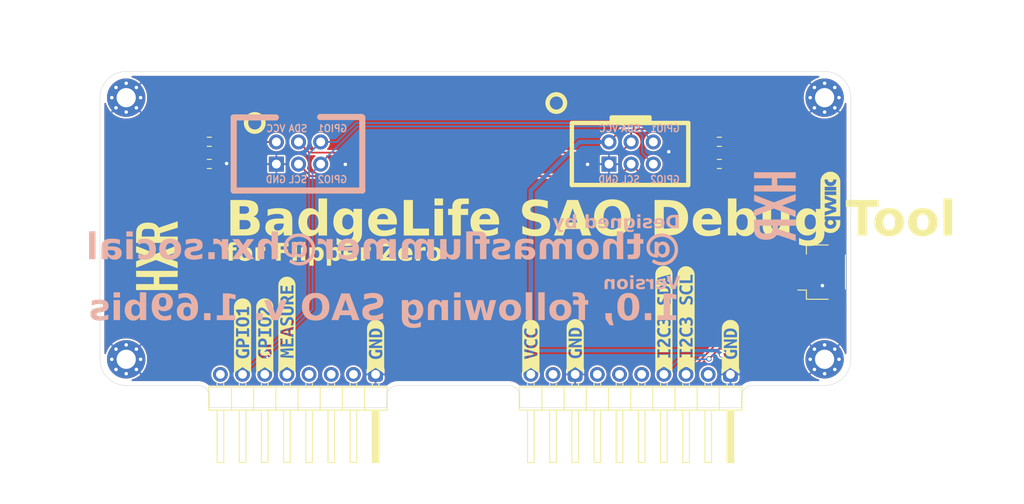
<source format=kicad_pcb>
(kicad_pcb (version 20241010) (generator "pcbnew") (generator_version "8.99")
  (title_block (title "Flipper Zero SAO Debug") (date "2024-10-05") (rev "1.0") (company "HXR.DK") (comment 1 "CC-BY-SA"))
  (layers (0 "F.Cu" signal) (2 "B.Cu" signal) (13 "F.Paste" user) (15 "B.Paste" user) (5 "F.SilkS" user "F.Silkscreen") (7 "B.SilkS" user "B.Silkscreen") (1 "F.Mask" user) (3 "B.Mask" user) (25 "Edge.Cuts" user))
  (net 0 "")
  (net 1 "GND")
  (net 2 "GPIO2")
  (net 3 "GPIO1")
  (net 5 "I2C3_SCL")
  (net 9 "I2C3_SDA")
  (net 10 "VCC")
  (net 11 "Net-(X2-VCC)")
  (net 13 "Net-(J1-Pin_5)")
  (footprint "kibuzzard-67014762" (layer "F.Cu") (at 71.12 90.805 90)
    (property "Reference" "kibuzzard-67014762" (hide yes))
    (property "Value" "G***" (hide yes))
  )
  (footprint "kibuzzard-6701479F" (layer "F.Cu") (at 55.88 89.535 90)
    (property "Reference" "kibuzzard-6701479F" (hide yes))
    (property "Value" "G***" (hide yes))
  )
  (footprint "MountingHole:MountingHole_2.2mm_M2_Pad_Via" (layer "F.Cu") (at 42.55 62.25)
    (property "Reference" "REF**" (hide yes))
    (property "Value" "MountingHole_2.2mm_M2_Pad_Via" (hide yes))
    (pad "1" thru_hole circle (at -1.65 0) (size 0.7 0.7) (drill 0.4) (layers "*.Cu" "*.Mask") (net 1 "GND"))
    (pad "1" thru_hole circle (at -1.166726 -1.166726) (size 0.7 0.7) (drill 0.4) (layers "*.Cu" "*.Mask") (net 1 "GND"))
    (pad "1" thru_hole circle (at -1.166726 1.166726) (size 0.7 0.7) (drill 0.4) (layers "*.Cu" "*.Mask") (net 1 "GND"))
    (pad "1" thru_hole circle (at 0 -1.65) (size 0.7 0.7) (drill 0.4) (layers "*.Cu" "*.Mask") (net 1 "GND"))
    (pad "1" thru_hole circle (at 0 0) (size 4.4 4.4) (drill 2.2) (layers "*.Cu" "*.Mask") (net 1 "GND"))
    (pad "1" thru_hole circle (at 0 1.65) (size 0.7 0.7) (drill 0.4) (layers "*.Cu" "*.Mask") (net 1 "GND"))
    (pad "1" thru_hole circle (at 1.166726 -1.166726) (size 0.7 0.7) (drill 0.4) (layers "*.Cu" "*.Mask") (net 1 "GND"))
    (pad "1" thru_hole circle (at 1.166726 1.166726) (size 0.7 0.7) (drill 0.4) (layers "*.Cu" "*.Mask") (net 1 "GND"))
    (pad "1" thru_hole circle (at 1.65 0) (size 0.7 0.7) (drill 0.4) (layers "*.Cu" "*.Mask") (net 1 "GND"))
  )
  (footprint "Resistor_SMD:R_0603_1608Metric" (layer "F.Cu") (at 52.07 67.31 180)
    (property "Reference" "R2" (hide yes))
    (property "Value" "10K")
    (pad "1" smd roundrect (at -0.825 0 180) (size 0.8 0.95) (layers "F.Cu" "F.Mask" "F.Paste") (net 11 "Net-(X2-VCC)"))
    (pad "2" smd roundrect (at 0.825 0 180) (size 0.8 0.95) (layers "F.Cu" "F.Mask" "F.Paste") (net 13 "Net-(J1-Pin_5)"))
  )
  (footprint "badgelife_sao_v169bis:Badgelife-SAOv169-SAO-2x3" (layer "F.Cu") (at 62.23 68.58)
    (property "Reference" "X2" (hide yes))
    (property "Value" "SAO Side")
    (fp_text user "VCC" (at -2.54 -2.794 0) (layer "B.SilkS") (effects (font (size 0.8 0.75)) (justify mirror)))
    (fp_text user "SDA" (at 0 -2.794 0) (layer "B.SilkS") (effects (font (size 0.8 0.75)) (justify mirror)))
    (fp_text user "GND" (at -2.54 3.048 0) (layer "B.SilkS") (effects (font (size 0.8 0.75)) (justify mirror)))
    (fp_text user "GPIO2" (at 3.937 3.048 0) (layer "B.SilkS") (effects (font (size 0.8 0.75)) (justify mirror)))
    (fp_text user "GPIO1" (at 3.937 -2.794 0) (layer "B.SilkS") (effects (font (size 0.8 0.75)) (justify mirror)))
    (fp_text user "SCL" (at 0 3.048 0) (layer "B.SilkS") (effects (font (size 0.8 0.75)) (justify mirror)))
    (pad "1" thru_hole oval (at -2.48 -1.25 270) (size 1.7272 1.7272) (drill 1.016) (layers "*.Cu" "*.Mask") (net 11 "Net-(X2-VCC)"))
    (pad "2" thru_hole rect (at -2.48 1.29 270) (size 1.7272 1.7272) (drill 1.016) (layers "*.Cu" "*.Mask") (net 1 "GND"))
    (pad "3" thru_hole oval (at 0.06 -1.25 270) (size 1.7272 1.7272) (drill 1.016) (layers "*.Cu" "*.Mask") (net 9 "I2C3_SDA"))
    (pad "4" thru_hole oval (at 0.06 1.29 270) (size 1.7272 1.7272) (drill 1.016) (layers "*.Cu" "*.Mask") (net 5 "I2C3_SCL"))
    (pad "5" thru_hole circle (at 2.6 -1.25 270) (size 1.7272 1.7272) (drill 1.016) (layers "*.Cu" "*.Mask") (net 3 "GPIO1"))
    (pad "6" thru_hole circle (at 2.6 1.29 270) (size 1.7272 1.7272) (drill 1.016) (layers "*.Cu" "*.Mask") (net 2 "GPIO2"))
  )
  (footprint "MountingHole:MountingHole_2.2mm_M2_Pad_Via" (layer "F.Cu") (at 122.55 92.25)
    (property "Reference" "REF**" (hide yes))
    (property "Value" "MountingHole_2.2mm_M2_Pad_Via" (hide yes))
    (pad "1" thru_hole circle (at -1.65 0) (size 0.7 0.7) (drill 0.4) (layers "*.Cu" "*.Mask") (net 1 "GND"))
    (pad "1" thru_hole circle (at -1.166726 -1.166726) (size 0.7 0.7) (drill 0.4) (layers "*.Cu" "*.Mask") (net 1 "GND"))
    (pad "1" thru_hole circle (at -1.166726 1.166726) (size 0.7 0.7) (drill 0.4) (layers "*.Cu" "*.Mask") (net 1 "GND"))
    (pad "1" thru_hole circle (at 0 -1.65) (size 0.7 0.7) (drill 0.4) (layers "*.Cu" "*.Mask") (net 1 "GND"))
    (pad "1" thru_hole circle (at 0 0) (size 4.4 4.4) (drill 2.2) (layers "*.Cu" "*.Mask") (net 1 "GND"))
    (pad "1" thru_hole circle (at 0 1.65) (size 0.7 0.7) (drill 0.4) (layers "*.Cu" "*.Mask") (net 1 "GND"))
    (pad "1" thru_hole circle (at 1.166726 -1.166726) (size 0.7 0.7) (drill 0.4) (layers "*.Cu" "*.Mask") (net 1 "GND"))
    (pad "1" thru_hole circle (at 1.166726 1.166726) (size 0.7 0.7) (drill 0.4) (layers "*.Cu" "*.Mask") (net 1 "GND"))
    (pad "1" thru_hole circle (at 1.65 0) (size 0.7 0.7) (drill 0.4) (layers "*.Cu" "*.Mask") (net 1 "GND"))
  )
  (footprint "MountingHole:MountingHole_2.2mm_M2_Pad_Via" (layer "F.Cu") (at 122.55 62.25)
    (property "Reference" "REF**" (hide yes))
    (property "Value" "MountingHole_2.2mm_M2_Pad_Via" (hide yes))
    (pad "1" thru_hole circle (at -1.65 0) (size 0.7 0.7) (drill 0.4) (layers "*.Cu" "*.Mask") (net 1 "GND"))
    (pad "1" thru_hole circle (at -1.166726 -1.166726) (size 0.7 0.7) (drill 0.4) (layers "*.Cu" "*.Mask") (net 1 "GND"))
    (pad "1" thru_hole circle (at -1.166726 1.166726) (size 0.7 0.7) (drill 0.4) (layers "*.Cu" "*.Mask") (net 1 "GND"))
    (pad "1" thru_hole circle (at 0 -1.65) (size 0.7 0.7) (drill 0.4) (layers "*.Cu" "*.Mask") (net 1 "GND"))
    (pad "1" thru_hole circle (at 0 0) (size 4.4 4.4) (drill 2.2) (layers "*.Cu" "*.Mask") (net 1 "GND"))
    (pad "1" thru_hole circle (at 0 1.65) (size 0.7 0.7) (drill 0.4) (layers "*.Cu" "*.Mask") (net 1 "GND"))
    (pad "1" thru_hole circle (at 1.166726 -1.166726) (size 0.7 0.7) (drill 0.4) (layers "*.Cu" "*.Mask") (net 1 "GND"))
    (pad "1" thru_hole circle (at 1.166726 1.166726) (size 0.7 0.7) (drill 0.4) (layers "*.Cu" "*.Mask") (net 1 "GND"))
    (pad "1" thru_hole circle (at 1.65 0) (size 0.7 0.7) (drill 0.4) (layers "*.Cu" "*.Mask") (net 1 "GND"))
  )
  (footprint "kibuzzard-67014762" (layer "F.Cu") (at 93.98 90.718807 90)
    (property "Reference" "kibuzzard-67014762" (hide yes))
    (property "Value" "G***" (hide yes))
  )
  (footprint "kibuzzard-670147E8" (layer "F.Cu") (at 106.68 87.63 90)
    (property "Reference" "kibuzzard-670147E8" (hide yes))
    (property "Value" "G***" (hide yes))
  )
  (footprint "Resistor_SMD:R_0603_1608Metric" (layer "F.Cu") (at 52.07 69.85)
    (property "Reference" "R1" (hide yes))
    (property "Value" "10K")
    (pad "1" smd roundrect (at -0.825 0) (size 0.8 0.95) (layers "F.Cu" "F.Mask" "F.Paste") (net 13 "Net-(J1-Pin_5)"))
    (pad "2" smd roundrect (at 0.825 0) (size 0.8 0.95) (layers "F.Cu" "F.Mask" "F.Paste") (net 1 "GND"))
  )
  (footprint "kibuzzard-67014A6A" (layer "F.Cu") (at 60.96 88.265 90)
    (property "Reference" "kibuzzard-67014A6A" (hide yes))
    (property "Value" "G***" (hide yes))
  )
  (footprint "Connector_PinHeader_2.54mm:PinHeader_1x08_P2.54mm_Horizontal" (layer "F.Cu") (at 71.12 93.98 -90)
    (property "Reference" "J1" (hide yes))
    (property "Value" "Conn_01x08_Pin")
    (pad "1" thru_hole roundrect (at 0 0 270) (size 1.7 1.7) (drill 1) (layers "*.Cu" "*.Mask") (net 1 "GND"))
    (pad "2" thru_hole oval (at -0.000001 2.540004 270) (size 1.7 1.7) (drill 1) (layers "*.Cu" "*.Mask"))
    (pad "3" thru_hole oval (at 0 5.08 270) (size 1.7 1.7) (drill 1) (layers "*.Cu" "*.Mask"))
    (pad "4" thru_hole oval (at 0 7.62 270) (size 1.7 1.7) (drill 1) (layers "*.Cu" "*.Mask"))
    (pad "5" thru_hole oval (at 0 10.159999 270) (size 1.7 1.7) (drill 1) (layers "*.Cu" "*.Mask") (net 13 "Net-(J1-Pin_5)"))
    (pad "6" thru_hole oval (at 0 12.699999 270) (size 1.7 1.7) (drill 1) (layers "*.Cu" "*.Mask") (net 2 "GPIO2"))
    (pad "7" thru_hole oval (at 0 15.24 270) (size 1.7 1.7) (drill 1) (layers "*.Cu" "*.Mask") (net 3 "GPIO1"))
    (pad "8" thru_hole oval (at 0 17.78 270) (size 1.7 1.7) (drill 1) (layers "*.Cu" "*.Mask"))
  )
  (footprint "MountingHole:MountingHole_2.2mm_M2_Pad_Via" (layer "F.Cu") (at 42.55 92.25)
    (property "Reference" "REF**" (hide yes))
    (property "Value" "MountingHole_2.2mm_M2_Pad_Via" (hide yes))
    (pad "1" thru_hole circle (at -1.65 0) (size 0.7 0.7) (drill 0.4) (layers "*.Cu" "*.Mask") (net 1 "GND"))
    (pad "1" thru_hole circle (at -1.166726 -1.166726) (size 0.7 0.7) (drill 0.4) (layers "*.Cu" "*.Mask") (net 1 "GND"))
    (pad "1" thru_hole circle (at -1.166726 1.166726) (size 0.7 0.7) (drill 0.4) (layers "*.Cu" "*.Mask") (net 1 "GND"))
    (pad "1" thru_hole circle (at 0 -1.65) (size 0.7 0.7) (drill 0.4) (layers "*.Cu" "*.Mask") (net 1 "GND"))
    (pad "1" thru_hole circle (at 0 0) (size 4.4 4.4) (drill 2.2) (layers "*.Cu" "*.Mask") (net 1 "GND"))
    (pad "1" thru_hole circle (at 0 1.65) (size 0.7 0.7) (drill 0.4) (layers "*.Cu" "*.Mask") (net 1 "GND"))
    (pad "1" thru_hole circle (at 1.166726 -1.166726) (size 0.7 0.7) (drill 0.4) (layers "*.Cu" "*.Mask") (net 1 "GND"))
    (pad "1" thru_hole circle (at 1.166726 1.166726) (size 0.7 0.7) (drill 0.4) (layers "*.Cu" "*.Mask") (net 1 "GND"))
    (pad "1" thru_hole circle (at 1.65 0) (size 0.7 0.7) (drill 0.4) (layers "*.Cu" "*.Mask") (net 1 "GND"))
  )
  (footprint "Connector_JST:JST_SH_SM04B-SRSS-TB_1x04-1MP_P1.00mm_Horizontal" (layer "F.Cu") (at 122.25 82.25 90)
    (property "Reference" "J3" (hide yes))
    (property "Value" "LCSC C145956")
    (pad "1" smd roundrect (at -1.5 -2 90) (size 0.6 1.55) (layers "F.Cu" "F.Mask" "F.Paste") (net 1 "GND"))
    (pad "2" smd roundrect (at -0.5 -2 90) (size 0.6 1.55) (layers "F.Cu" "F.Mask" "F.Paste") (net 10 "VCC"))
    (pad "3" smd roundrect (at 0.5 -2 90) (size 0.6 1.55) (layers "F.Cu" "F.Mask" "F.Paste") (net 9 "I2C3_SDA"))
    (pad "4" smd roundrect (at 1.5 -1.999999 90) (size 0.6 1.55) (layers "F.Cu" "F.Mask" "F.Paste") (net 5 "I2C3_SCL"))
    (pad "MP" smd roundrect (at -2.8 1.874998 90) (size 1.2 1.8) (layers "F.Cu" "F.Mask" "F.Paste") (roundrect_rratio 0.208333))
    (pad "MP" smd roundrect (at 2.8 1.875001 90) (size 1.2 1.8) (layers "F.Cu" "F.Mask" "F.Paste") (roundrect_rratio 0.208333))
  )
  (footprint "kibuzzard-67014762" (layer "F.Cu") (at 111.76 90.805 90)
    (property "Reference" "kibuzzard-67014762" (hide yes))
    (property "Value" "G***" (hide yes))
  )
  (footprint "kibuzzard-670147FB" (layer "F.Cu") (at 88.9 90.805 90)
    (property "Reference" "kibuzzard-670147FB" (hide yes))
    (property "Value" "G***" (hide yes))
  )
  (footprint "kibuzzard-670147AD" (layer "F.Cu") (at 58.42 89.535 90)
    (property "Reference" "kibuzzard-670147AD" (hide yes))
    (property "Value" "G***" (hide yes))
  )
  (footprint "Resistor_SMD:R_0603_1608Metric" (layer "F.Cu") (at 110.49 67.31 180)
    (property "Reference" "R4" (hide yes))
    (property "Value" "10K")
    (pad "1" smd roundrect (at -0.825 0 180) (size 0.8 0.95) (layers "F.Cu" "F.Mask" "F.Paste") (net 10 "VCC"))
    (pad "2" smd roundrect (at 0.825 0 180) (size 0.8 0.95) (layers "F.Cu" "F.Mask" "F.Paste") (net 9 "I2C3_SDA"))
  )
  (footprint "Resistor_SMD:R_0603_1608Metric" (layer "F.Cu") (at 110.49 69.85 180)
    (property "Reference" "R3" (hide yes))
    (property "Value" "10K")
    (pad "1" smd roundrect (at -0.825 0 180) (size 0.8 0.95) (layers "F.Cu" "F.Mask" "F.Paste") (net 10 "VCC"))
    (pad "2" smd roundrect (at 0.825 0 180) (size 0.8 0.95) (layers "F.Cu" "F.Mask" "F.Paste") (net 5 "I2C3_SCL"))
  )
  (footprint "kibuzzard-670147DA" (layer "F.Cu") (at 104.14 87.63 90)
    (property "Reference" "kibuzzard-670147DA" (hide yes))
    (property "Value" "G***" (hide yes))
  )
  (footprint "badgelife_sao_v169bis:Badgelife-SAOv169-BADGE-2x3" (layer "F.Cu") (at 100.33 68.58)
    (property "Reference" "X1" (hide yes))
    (property "Value" "Badge Side")
    (fp_text user "GPIO1" (at 3.937 -2.794 0) (layer "B.SilkS") (effects (font (size 0.8 0.75)) (justify mirror)))
    (fp_text user "VCC" (at -2.54 -2.794 0) (layer "B.SilkS") (effects (font (size 0.8 0.75)) (justify mirror)))
    (fp_text user "SDA" (at 0 -2.794 0) (layer "B.SilkS") (effects (font (size 0.8 0.75)) (justify mirror)))
    (fp_text user "SCL" (at 0 3.048 0) (layer "B.SilkS") (effects (font (size 0.8 0.75)) (justify mirror)))
    (fp_text user "GND" (at -2.54 3.048 0) (layer "B.SilkS") (effects (font (size 0.8 0.75)) (justify mirror)))
    (fp_text user "GPIO2" (at 3.937 3.048 0) (layer "B.SilkS") (effects (font (size 0.8 0.75)) (justify mirror)))
    (pad "1" thru_hole oval (at -2.48 -1.25 270) (size 1.7272 1.7272) (drill 1.016) (layers "*.Cu" "*.Mask") (net 10 "VCC"))
    (pad "2" thru_hole rect (at -2.48 1.29 270) (size 1.7272 1.7272) (drill 1.016) (layers "*.Cu" "*.Mask") (net 1 "GND"))
    (pad "3" thru_hole oval (at 0.06 -1.25 270) (size 1.7272 1.7272) (drill 1.016) (layers "*.Cu" "*.Mask") (net 9 "I2C3_SDA"))
    (pad "4" thru_hole oval (at 0.06 1.29 270) (size 1.7272 1.7272) (drill 1.016) (layers "*.Cu" "*.Mask") (net 5 "I2C3_SCL"))
    (pad "5" thru_hole circle (at 2.6 -1.25 270) (size 1.7272 1.7272) (drill 1.016) (layers "*.Cu" "*.Mask") (net 3 "GPIO1"))
    (pad "6" thru_hole circle (at 2.6 1.29 270) (size 1.7272 1.7272) (drill 1.016) (layers "*.Cu" "*.Mask") (net 2 "GPIO2"))
  )
  (footprint "LOGO" (layer "F.Cu") (at 123.19 74.295 90)
    (property "Reference" "G***" (hide yes))
    (property "Value" "LOGO" (hide yes))
  )
  (footprint "Connector_PinHeader_2.54mm:PinHeader_1x10_P2.54mm_Horizontal" (layer "F.Cu") (at 111.76 93.98 -90)
    (property "Reference" "J2" (hide yes))
    (property "Value" "Conn_01x10_Pin")
    (pad "1" thru_hole roundrect (at 0 0 270) (size 1.7 1.7) (drill 1) (layers "*.Cu" "*.Mask") (net 1 "GND"))
    (pad "2" thru_hole oval (at -0.000002 2.540004 270) (size 1.7 1.7) (drill 1) (layers "*.Cu" "*.Mask"))
    (pad "3" thru_hole oval (at 0 5.08 270) (size 1.7 1.7) (drill 1) (layers "*.Cu" "*.Mask") (net 5 "I2C3_SCL"))
    (pad "4" thru_hole oval (at 0 7.62 270) (size 1.7 1.7) (drill 1) (layers "*.Cu" "*.Mask") (net 9 "I2C3_SDA"))
    (pad "5" thru_hole oval (at -0.000003 10.159999 270) (size 1.7 1.7) (drill 1) (layers "*.Cu" "*.Mask"))
    (pad "6" thru_hole oval (at 0 12.699999 270) (size 1.7 1.7) (drill 1) (layers "*.Cu" "*.Mask"))
    (pad "7" thru_hole oval (at 0 15.24 270) (size 1.7 1.7) (drill 1) (layers "*.Cu" "*.Mask"))
    (pad "8" thru_hole roundrect (at 0 17.78 270) (size 1.7 1.7) (drill 1) (layers "*.Cu" "*.Mask") (net 1 "GND"))
    (pad "9" thru_hole oval (at 0 20.32 270) (size 1.7 1.7) (drill 1) (layers "*.Cu" "*.Mask"))
    (pad "10" thru_hole oval (at 0 22.859998 270) (size 1.7 1.7) (drill 1) (layers "*.Cu" "*.Mask") (net 10 "VCC"))
  )
  (footprint "Aesthetics:HXR_logo_small" (layer "F.Cu") (at 46.05 77.65 90)
    (property "Reference" "G***" (hide yes))
    (property "Value" "LOGO" (hide yes))
  )
  (footprint "Aesthetics:HXR_logo_small" (layer "B.Cu") (at 116.84 77.47 -90)
    (property "Reference" "G***" (hide yes))
    (property "Value" "LOGO" (hide yes))
  )
  (gr_arc (start 122.55 59.25) (mid 124.67132 60.12868) (end 125.55 62.25) (stroke (width 0.05)) (layer "Edge.Cuts"))
  (gr_line (start 125.55 62.25) (end 125.55 92.25) (stroke (width 0.05)) (layer "Edge.Cuts"))
  (gr_line (start 39.55 92.25) (end 39.55 62.25) (stroke (width 0.05)) (layer "Edge.Cuts"))
  (gr_arc (start 39.55 62.25) (mid 40.42868 60.12868) (end 42.55 59.25) (stroke (width 0.05)) (layer "Edge.Cuts"))
  (gr_line (start 122.55 95.25) (end 114.3 95.25) (stroke (width 0.05)) (layer "Edge.Cuts"))
  (gr_arc (start 113.03 96.52) (mid 113.401974 95.621974) (end 114.3 95.25) (stroke (width 0.05)) (layer "Edge.Cuts"))
  (gr_arc (start 42.55 95.25) (mid 40.42868 94.37132) (end 39.55 92.25) (stroke (width 0.05)) (layer "Edge.Cuts"))
  (gr_line (start 52.07 97.79) (end 52.07 96.52) (stroke (width 0.05)) (layer "Edge.Cuts"))
  (gr_line (start 52.07 97.79) (end 72.39 97.79) (stroke (width 0.05)) (layer "Edge.Cuts"))
  (gr_arc (start 50.8 95.25) (mid 51.698026 95.621974) (end 52.07 96.52) (stroke (width 0.05)) (layer "Edge.Cuts"))
  (gr_line (start 73.66 95.25) (end 86.36 95.25) (stroke (width 0.05)) (layer "Edge.Cuts"))
  (gr_line (start 42.55 95.25) (end 50.8 95.25) (stroke (width 0.05)) (layer "Edge.Cuts"))
  (gr_arc (start 72.39 96.52) (mid 72.761974 95.621974) (end 73.66 95.25) (stroke (width 0.05)) (layer "Edge.Cuts"))
  (gr_line (start 87.63 97.79) (end 87.63 96.52) (stroke (width 0.05)) (layer "Edge.Cuts"))
  (gr_line (start 113.03 97.79) (end 113.03 96.52) (stroke (width 0.05)) (layer "Edge.Cuts"))
  (gr_arc (start 125.55 92.25) (mid 124.67132 94.37132) (end 122.55 95.25) (stroke (width 0.05)) (layer "Edge.Cuts"))
  (gr_arc (start 86.36 95.25) (mid 87.258026 95.621974) (end 87.63 96.52) (stroke (width 0.05)) (layer "Edge.Cuts"))
  (gr_line (start 72.39 97.79) (end 72.39 96.52) (stroke (width 0.05)) (layer "Edge.Cuts"))
  (gr_line (start 42.55 59.25) (end 122.55 59.25) (stroke (width 0.05)) (layer "Edge.Cuts"))
  (gr_line (start 87.63 97.79) (end 113.03 97.79) (stroke (width 0.05)) (layer "Edge.Cuts"))
  (gr_text "BadgeLife SAO Debug Tool" (at 53.975 78.74 0) (layer "F.SilkS") (effects (font (size 4 4) (thickness 0.2) (bold yes)) (justify left bottom)))
  (gr_text "for Flipper Zero" (at 53.975 81.28 0) (layer "F.SilkS") (effects (font (size 2 2) (thickness 0.2) (bold yes)) (justify left bottom)))
  (gr_text "1.0, following SAO v. 1.69bis" (at 106.045 88.265 0) (layer "B.SilkS") (effects (font (size 3 3) (thickness 0.2) (bold yes)) (justify left bottom mirror)))
  (gr_text "Version" (at 106.045 84.455 0) (layer "B.SilkS") (effects (font (size 1.5 1.5) (thickness 0.2) (bold yes)) (justify left bottom mirror)))
  (gr_text "@thomasflummer@hxr.social" (at 106.045 81.28 0) (layer "B.SilkS") (effects (font (size 3 3) (thickness 0.2) (bold yes)) (justify left bottom mirror)))
  (gr_text "Designed by" (at 106.045 77.47 0) (layer "B.SilkS") (effects (font (size 1.5 1.5) (thickness 0.2) (bold yes)) (justify left bottom mirror)))
  (via (at 95.4 69.9) (size 0.6) (drill 0.4) (layers "F.Cu" "B.Cu") (net 1))
  (via (at 122.3 83.8) (size 0.6) (drill 0.4) (layers "F.Cu" "B.Cu") (net 1))
  (via (at 67.65 69.9) (size 0.6) (drill 0.4) (layers "F.Cu" "B.Cu") (net 1))
  (via (at 104.7 68.45) (size 0.6) (drill 0.4) (layers "F.Cu" "B.Cu") (net 1))
  (via (at 54.05 69.8) (size 0.6) (drill 0.4) (layers "F.Cu" "B.Cu") (net 1))
  (segment (start 58.420001 93.98) (end 58.420001 92.005685) (width 0.2) (layer "B.Cu") (net 2))
  (segment (start 63.8936 70.8064) (end 64.83 69.87) (width 0.2) (layer "B.Cu") (net 2))
  (segment (start 63.8936 86.532086) (end 63.8936 70.8064) (width 0.2) (layer "B.Cu") (net 2))
  (segment (start 64.83 69.87) (end 64.83 69.77) (width 0.2) (layer "B.Cu") (net 2))
  (segment (start 58.420001 92.005685) (end 63.8936 86.532086) (width 0.2) (layer "B.Cu") (net 2))
  (segment (start 64.83 69.77) (end 69.05 65.55) (width 0.2) (layer "B.Cu") (net 2))
  (segment (start 101.65 66.615686) (end 101.65 68.59) (width 0.2) (layer "B.Cu") (net 2))
  (segment (start 100.584314 65.55) (end 101.65 66.615686) (width 0.2) (layer "B.Cu") (net 2))
  (segment (start 69.05 65.55) (end 100.584314 65.55) (width 0.2) (layer "B.Cu") (net 2))
  (segment (start 101.65 68.59) (end 102.93 69.87) (width 0.2) (layer "B.Cu") (net 2))
  (segment (start 68.85 65.15) (end 100.749999 65.15) (width 0.2) (layer "B.Cu") (net 3))
  (segment (start 100.749999 65.15) (end 102.93 67.33) (width 0.2) (layer "B.Cu") (net 3))
  (segment (start 55.88 93.98) (end 63.4936 86.3664) (width 0.2) (layer "B.Cu") (net 3))
  (segment (start 63.4936 86.3664) (end 63.4936 68.6664) (width 0.2) (layer "B.Cu") (net 3))
  (segment (start 66.67 67.33) (end 68.85 65.15) (width 0.2) (layer "B.Cu") (net 3))
  (segment (start 63.4936 68.6664) (end 64.83 67.33) (width 0.2) (layer "B.Cu") (net 3))
  (segment (start 64.83 67.33) (end 66.67 67.33) (width 0.2) (layer "B.Cu") (net 3))
  (segment (start 119.15 81.35) (end 119.15 80.75) (width 0.2) (layer "F.Cu") (net 5))
  (segment (start 105.25 69.85) (end 109.665 69.85) (width 0.2) (layer "F.Cu") (net 5))
  (segment (start 99.01 71.25) (end 63.67 71.25) (width 0.2) (layer "F.Cu") (net 5))
  (segment (start 63.67 71.25) (end 62.29 69.87) (width 0.2) (layer "F.Cu") (net 5))
  (segment (start 114.25 90.65) (end 115.15 89.75) (width 0.2) (layer "F.Cu") (net 5))
  (segment (start 109.665 70.765) (end 119.15 80.25) (width 0.2) (layer "F.Cu") (net 5))
  (segment (start 106.68 93.98) (end 110.01 90.65) (width 0.2) (layer "F.Cu") (net 5))
  (segment (start 119.15 80.25) (end 119.15 80.75) (width 0.2) (layer "F.Cu") (net 5))
  (segment (start 110.01 90.65) (end 114.25 90.65) (width 0.2) (layer "F.Cu") (net 5))
  (segment (start 109.665 69.85) (end 109.665 70.765) (width 0.2) (layer "F.Cu") (net 5))
  (segment (start 101.77 71.25) (end 103.85 71.25) (width 0.2) (layer "F.Cu") (net 5))
  (segment (start 119.15 80.75) (end 120.250001 80.75) (width 0.2) (layer "F.Cu") (net 5))
  (segment (start 103.85 71.25) (end 105.25 69.85) (width 0.2) (layer "F.Cu") (net 5))
  (segment (start 115.15 85.35) (end 119.15 81.35) (width 0.2) (layer "F.Cu") (net 5))
  (segment (start 100.39 69.87) (end 99.01 71.25) (width 0.2) (layer "F.Cu") (net 5))
  (segment (start 100.39 69.87) (end 101.77 71.25) (width 0.2) (layer "F.Cu") (net 5))
  (segment (start 115.15 89.75) (end 115.15 85.35) (width 0.2) (layer "F.Cu") (net 5))
  (segment (start 109.665 67.31) (end 109.665 68.165) (width 0.2) (layer "F.Cu") (net 9))
  (segment (start 121.95 80.15) (end 121.95 81.35) (width 0.2) (layer "F.Cu") (net 9))
  (segment (start 121.45 79.65) (end 121.95 80.15) (width 0.2) (layer "F.Cu") (net 9))
  (segment (start 110.45853 91.05) (end 114.415686 91.05) (width 0.2) (layer "F.Cu") (net 9))
  (segment (start 109.665 66.365) (end 109.665 67.31) (width 0.2) (layer "F.Cu") (net 9))
  (segment (start 99.17 68.55) (end 63.51 68.55) (width 0.2) (layer "F.Cu") (net 9))
  (segment (start 109.304265 92.204265) (end 110.45853 91.05) (width 0.2) (layer "F.Cu") (net 9))
  (segment (start 100.65 65.85) (end 109.15 65.85) (width 0.2) (layer "F.Cu") (net 9))
  (segment (start 121.95 81.35) (end 121.55 81.75) (width 0.2) (layer "F.Cu") (net 9))
  (segment (start 115.55 85.515686) (end 119.315686 81.75) (width 0.2) (layer "F.Cu") (net 9))
  (segment (start 110.55 69.05) (end 110.55 71.084314) (width 0.2) (layer "F.Cu") (net 9))
  (segment (start 109.665 68.165) (end 110.55 69.05) (width 0.2) (layer "F.Cu") (net 9))
  (segment (start 100.39 67.33) (end 100.39 66.11) (width 0.2) (layer "F.Cu") (net 9))
  (segment (start 115.55 89.915686) (end 115.55 85.515686) (width 0.2) (layer "F.Cu") (net 9))
  (segment (start 114.415686 91.05) (end 115.55 89.915686) (width 0.2) (layer "F.Cu") (net 9))
  (segment (start 100.39 66.11) (end 100.65 65.85) (width 0.2) (layer "F.Cu") (net 9))
  (segment (start 110.55 71.084314) (end 119.115686 79.65) (width 0.2) (layer "F.Cu") (net 9))
  (segment (start 119.315686 81.75) (end 120.25 81.75) (width 0.2) (layer "F.Cu") (net 9))
  (segment (start 63.51 68.55) (end 62.29 67.33) (width 0.2) (layer "F.Cu") (net 9))
  (segment (start 121.55 81.75) (end 120.25 81.75) (width 0.2) (layer "F.Cu") (net 9))
  (segment (start 119.115686 79.65) (end 121.45 79.65) (width 0.2) (layer "F.Cu") (net 9))
  (segment (start 100.39 67.33) (end 99.17 68.55) (width 0.2) (layer "F.Cu") (net 9))
  (segment (start 109.15 65.85) (end 109.665 66.365) (width 0.2) (layer "F.Cu") (net 9))
  (via (at 109.304265 92.204265) (size 0.6) (drill 0.4) (layers "F.Cu" "B.Cu") (net 9))
  (segment (start 109.25853 92.25) (end 105.87 92.25) (width 0.2) (layer "B.Cu") (net 9))
  (segment (start 105.87 92.25) (end 104.14 93.98) (width 0.2) (layer "B.Cu") (net 9))
  (segment (start 109.304265 92.204265) (end 109.25853 92.25) (width 0.2) (layer "B.Cu") (net 9))
  (segment (start 111.315 66.415) (end 110.35 65.45) (width 0.2) (layer "F.Cu") (net 10))
  (segment (start 99.73 65.45) (end 97.85 67.33) (width 0.2) (layer "F.Cu") (net 10))
  (segment (start 110.35 65.45) (end 99.73 65.45) (width 0.2) (layer "F.Cu") (net 10))
  (segment (start 119.022792 82.75) (end 120.25 82.75) (width 0.4) (layer "F.Cu") (net 10))
  (segment (start 111.315 67.31) (end 111.315 66.415) (width 0.2) (layer "F.Cu") (net 10))
  (segment (start 110.75 91.75) (end 114.422792 91.75) (width 0.4) (layer "F.Cu") (net 10))
  (segment (start 114.422792 91.75) (end 116.05 90.122792) (width 0.4) (layer "F.Cu") (net 10))
  (segment (start 116.05 85.722792) (end 119.022792 82.75) (width 0.4) (layer "F.Cu") (net 10))
  (segment (start 116.05 90.122792) (end 116.05 85.722792) (width 0.4) (layer "F.Cu") (net 10))
  (segment (start 111.315 67.31) (end 111.315 69.85) (width 0.2) (layer "F.Cu") (net 10))
  (via (at 110.75 91.75) (size 0.6) (drill 0.4) (layers "F.Cu" "B.Cu") (net 10))
  (segment (start 110.75 91.75) (end 110.25 91.25) (width 0.4) (layer "B.Cu") (net 10))
  (segment (start 110.25 91.25) (end 88.95 91.25) (width 0.4) (layer "B.Cu") (net 10))
  (segment (start 88.900002 72.899998) (end 94.47 67.33) (width 0.5) (layer "B.Cu") (net 10))
  (segment (start 88.900002 93.98) (end 88.900002 72.899998) (width 0.5) (layer "B.Cu") (net 10))
  (segment (start 94.47 67.33) (end 97.85 67.33) (width 0.5) (layer "B.Cu") (net 10))
  (segment (start 52.915 67.33) (end 52.895 67.31) (width 0.2) (layer "F.Cu") (net 11))
  (segment (start 59.75 67.33) (end 52.915 67.33) (width 0.2) (layer "F.Cu") (net 11))
  (segment (start 51.245 67.31) (end 51.245 69.85) (width 0.2) (layer "F.Cu") (net 13))
  (segment (start 51.245 84.264999) (end 51.245 69.85) (width 0.2) (layer "F.Cu") (net 13))
  (segment (start 60.960001 93.98) (end 51.245 84.264999) (width 0.2) (layer "F.Cu") (net 13))
  (zone (net 1) (net_name "GND") (layers "F&B.Cu") (connect_pads (clearance 0.2)) (min_thickness 0.2) (fill yes (thermal_gap 0.2) (thermal_bridge_width 0.2))
    (polygon (pts (xy 39.55 59.25) (xy 125.55 59.25) (xy 125.55 95.25) (xy 39.55 95.25)))
  )
)
</source>
